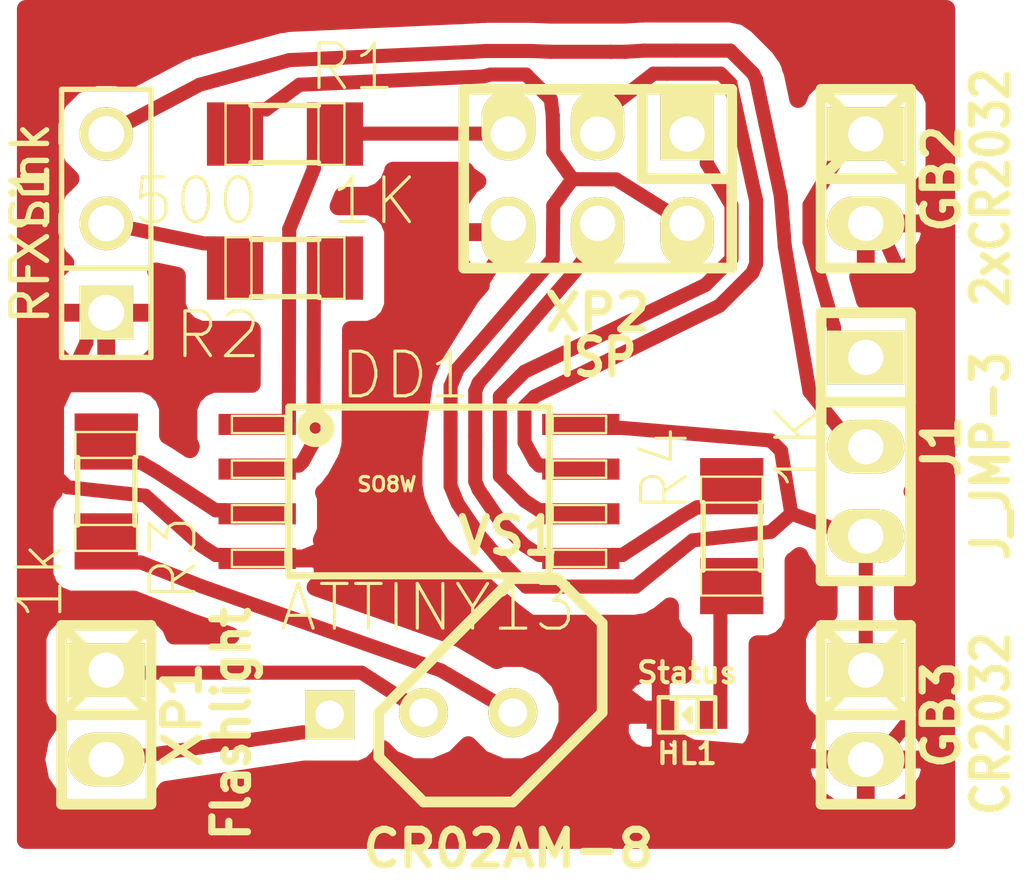
<source format=kicad_pcb>
(kicad_pcb (version 3) (host pcbnew "(2013-03-25 BZR 4005 GOST)-stable")

  (general
    (links 24)
    (no_connects 0)
    (area 80.8228 93.68155 109.8296 118.578488)
    (thickness 1.6)
    (drawings 0)
    (tracks 216)
    (zones 0)
    (modules 13)
    (nets 16)
  )

  (page A4 portrait)
  (layers
    (15 F.Cu signal)
    (0 B.Cu signal)
    (16 B.Adhes user)
    (17 F.Adhes user)
    (18 B.Paste user)
    (19 F.Paste user)
    (20 B.SilkS user)
    (21 F.SilkS user)
    (22 B.Mask user)
    (23 F.Mask user)
    (24 Dwgs.User user)
    (25 Cmts.User user)
    (26 Eco1.User user)
    (27 Eco2.User user)
    (28 Edge.Cuts user)
  )

  (setup
    (last_trace_width 0.254)
    (trace_clearance 0.254)
    (zone_clearance 0.599999)
    (zone_45_only no)
    (trace_min 0.254)
    (segment_width 0.2)
    (edge_width 0.15)
    (via_size 0.889)
    (via_drill 0.635)
    (via_min_size 0.889)
    (via_min_drill 0.508)
    (uvia_size 0.508)
    (uvia_drill 0.127)
    (uvias_allowed no)
    (uvia_min_size 0.508)
    (uvia_min_drill 0.127)
    (pcb_text_width 0.3)
    (pcb_text_size 1 1)
    (mod_edge_width 0.15)
    (mod_text_size 1 1)
    (mod_text_width 0.15)
    (pad_size 1.397 1.397)
    (pad_drill 0.812799)
    (pad_to_mask_clearance 0)
    (aux_axis_origin 0 0)
    (visible_elements 7FFFFFFF)
    (pcbplotparams
      (layerselection 32768)
      (usegerberextensions false)
      (excludeedgelayer true)
      (linewidth 152400)
      (plotframeref false)
      (viasonmask false)
      (mode 1)
      (useauxorigin false)
      (hpglpennumber 1)
      (hpglpenspeed 20)
      (hpglpendiameter 15)
      (hpglpenoverlay 2)
      (psnegative false)
      (psa4output false)
      (plotreference false)
      (plotvalue false)
      (plotothertext false)
      (plotinvisibletext false)
      (padsonsilk true)
      (subtractmaskfromsilk false)
      (outputformat 2)
      (mirror true)
      (drillshape 1)
      (scaleselection 1)
      (outputdirectory ../))
  )

  (net 0 "")
  (net 1 +3V)
  (net 2 +5V)
  (net 3 N-000001)
  (net 4 N-0000010)
  (net 5 N-0000011)
  (net 6 N-0000012)
  (net 7 N-0000013)
  (net 8 N-0000014)
  (net 9 N-0000015)
  (net 10 N-000002)
  (net 11 N-000005)
  (net 12 N-000006)
  (net 13 N-000008)
  (net 14 N-000009)
  (net 15 ~)

  (net_class Default "Это класс цепей по умолчанию."
    (clearance 0.254)
    (trace_width 0.254)
    (via_dia 0.889)
    (via_drill 0.635)
    (uvia_dia 0.508)
    (uvia_drill 0.127)
    (add_net "")
    (add_net +3V)
    (add_net +5V)
    (add_net N-000001)
    (add_net N-0000010)
    (add_net N-0000011)
    (add_net N-0000012)
    (add_net N-0000013)
    (add_net N-0000014)
    (add_net N-0000015)
    (add_net N-000002)
    (add_net N-000005)
    (add_net N-000006)
    (add_net N-000008)
    (add_net N-000009)
    (add_net ~)
  )

  (module SMD_R_1206 (layer F.Cu) (tedit 200000) (tstamp 54AFAA03)
    (at 88.9 96.52)
    (path /54AC3E7A)
    (attr smd)
    (fp_text reference R1 (at 1.905 -1.905) (layer F.SilkS)
      (effects (font (size 1.27 1.27) (thickness 0.0889)))
    )
    (fp_text value 1K (at 2.54 1.905) (layer F.SilkS)
      (effects (font (size 1.27 1.27) (thickness 0.0889)))
    )
    (fp_line (start -1.6891 0.8763) (end -0.9525 0.8763) (layer F.SilkS) (width 0.06604))
    (fp_line (start -0.9525 0.8763) (end -0.9525 -0.8763) (layer F.SilkS) (width 0.06604))
    (fp_line (start -1.6891 -0.8763) (end -0.9525 -0.8763) (layer F.SilkS) (width 0.06604))
    (fp_line (start -1.6891 0.8763) (end -1.6891 -0.8763) (layer F.SilkS) (width 0.06604))
    (fp_line (start 0.9525 0.8763) (end 1.6891 0.8763) (layer F.SilkS) (width 0.06604))
    (fp_line (start 1.6891 0.8763) (end 1.6891 -0.8763) (layer F.SilkS) (width 0.06604))
    (fp_line (start 0.9525 -0.8763) (end 1.6891 -0.8763) (layer F.SilkS) (width 0.06604))
    (fp_line (start 0.9525 0.8763) (end 0.9525 -0.8763) (layer F.SilkS) (width 0.06604))
    (fp_line (start 0.9525 0.8128) (end -0.9652 0.8128) (layer F.SilkS) (width 0.1524))
    (fp_line (start 0.9525 -0.8128) (end -0.9652 -0.8128) (layer F.SilkS) (width 0.1524))
    (pad 1 smd rect (at -1.41986 0) (size 1.59766 1.80086)
      (layers F.Cu F.Paste F.Mask)
      (net 1 +3V)
    )
    (pad 2 smd rect (at 1.41986 0) (size 1.59766 1.80086)
      (layers F.Cu F.Paste F.Mask)
      (net 11 N-000005)
    )
    (model Smd/r_1206.wrl
      (at (xyz 0 0 0))
      (scale (xyz 1 1 1))
      (rotate (xyz 0 0 0))
    )
  )

  (module SMD_R_1206 (layer F.Cu) (tedit 200000) (tstamp 54AFAA13)
    (at 88.9 100.33 180)
    (path /54AC44C7)
    (attr smd)
    (fp_text reference R2 (at 1.905 -1.905 180) (layer F.SilkS)
      (effects (font (size 1.27 1.27) (thickness 0.0889)))
    )
    (fp_text value 500 (at 2.54 1.905 180) (layer F.SilkS)
      (effects (font (size 1.27 1.27) (thickness 0.0889)))
    )
    (fp_line (start -1.6891 0.8763) (end -0.9525 0.8763) (layer F.SilkS) (width 0.06604))
    (fp_line (start -0.9525 0.8763) (end -0.9525 -0.8763) (layer F.SilkS) (width 0.06604))
    (fp_line (start -1.6891 -0.8763) (end -0.9525 -0.8763) (layer F.SilkS) (width 0.06604))
    (fp_line (start -1.6891 0.8763) (end -1.6891 -0.8763) (layer F.SilkS) (width 0.06604))
    (fp_line (start 0.9525 0.8763) (end 1.6891 0.8763) (layer F.SilkS) (width 0.06604))
    (fp_line (start 1.6891 0.8763) (end 1.6891 -0.8763) (layer F.SilkS) (width 0.06604))
    (fp_line (start 0.9525 -0.8763) (end 1.6891 -0.8763) (layer F.SilkS) (width 0.06604))
    (fp_line (start 0.9525 0.8763) (end 0.9525 -0.8763) (layer F.SilkS) (width 0.06604))
    (fp_line (start 0.9525 0.8128) (end -0.9652 0.8128) (layer F.SilkS) (width 0.1524))
    (fp_line (start 0.9525 -0.8128) (end -0.9652 -0.8128) (layer F.SilkS) (width 0.1524))
    (pad 1 smd rect (at -1.41986 0 180) (size 1.59766 1.80086)
      (layers F.Cu F.Paste F.Mask)
      (net 10 N-000002)
    )
    (pad 2 smd rect (at 1.41986 0 180) (size 1.59766 1.80086)
      (layers F.Cu F.Paste F.Mask)
      (net 6 N-0000012)
    )
    (model Smd/r_1206.wrl
      (at (xyz 0 0 0))
      (scale (xyz 1 1 1))
      (rotate (xyz 0 0 0))
    )
  )

  (module SMD_R_1206 (layer F.Cu) (tedit 200000) (tstamp 54AFAA23)
    (at 83.82 106.68 270)
    (path /54AC6940)
    (attr smd)
    (fp_text reference R3 (at 1.905 -1.905 270) (layer F.SilkS)
      (effects (font (size 1.27 1.27) (thickness 0.0889)))
    )
    (fp_text value 1k (at 2.54 1.905 270) (layer F.SilkS)
      (effects (font (size 1.27 1.27) (thickness 0.0889)))
    )
    (fp_line (start -1.6891 0.8763) (end -0.9525 0.8763) (layer F.SilkS) (width 0.06604))
    (fp_line (start -0.9525 0.8763) (end -0.9525 -0.8763) (layer F.SilkS) (width 0.06604))
    (fp_line (start -1.6891 -0.8763) (end -0.9525 -0.8763) (layer F.SilkS) (width 0.06604))
    (fp_line (start -1.6891 0.8763) (end -1.6891 -0.8763) (layer F.SilkS) (width 0.06604))
    (fp_line (start 0.9525 0.8763) (end 1.6891 0.8763) (layer F.SilkS) (width 0.06604))
    (fp_line (start 1.6891 0.8763) (end 1.6891 -0.8763) (layer F.SilkS) (width 0.06604))
    (fp_line (start 0.9525 -0.8763) (end 1.6891 -0.8763) (layer F.SilkS) (width 0.06604))
    (fp_line (start 0.9525 0.8763) (end 0.9525 -0.8763) (layer F.SilkS) (width 0.06604))
    (fp_line (start 0.9525 0.8128) (end -0.9652 0.8128) (layer F.SilkS) (width 0.1524))
    (fp_line (start 0.9525 -0.8128) (end -0.9652 -0.8128) (layer F.SilkS) (width 0.1524))
    (pad 1 smd rect (at -1.41986 0 270) (size 1.59766 1.80086)
      (layers F.Cu F.Paste F.Mask)
      (net 3 N-000001)
    )
    (pad 2 smd rect (at 1.41986 0 270) (size 1.59766 1.80086)
      (layers F.Cu F.Paste F.Mask)
      (net 7 N-0000013)
    )
    (model Smd/r_1206.wrl
      (at (xyz 0 0 0))
      (scale (xyz 1 1 1))
      (rotate (xyz 0 0 0))
    )
  )

  (module SMD_R_1206 (layer F.Cu) (tedit 200000) (tstamp 54AFAA33)
    (at 101.6 107.95 90)
    (path /54AFAB2E)
    (attr smd)
    (fp_text reference R4 (at 1.905 -1.905 90) (layer F.SilkS)
      (effects (font (size 1.27 1.27) (thickness 0.0889)))
    )
    (fp_text value 1K (at 2.54 1.905 90) (layer F.SilkS)
      (effects (font (size 1.27 1.27) (thickness 0.0889)))
    )
    (fp_line (start -1.6891 0.8763) (end -0.9525 0.8763) (layer F.SilkS) (width 0.06604))
    (fp_line (start -0.9525 0.8763) (end -0.9525 -0.8763) (layer F.SilkS) (width 0.06604))
    (fp_line (start -1.6891 -0.8763) (end -0.9525 -0.8763) (layer F.SilkS) (width 0.06604))
    (fp_line (start -1.6891 0.8763) (end -1.6891 -0.8763) (layer F.SilkS) (width 0.06604))
    (fp_line (start 0.9525 0.8763) (end 1.6891 0.8763) (layer F.SilkS) (width 0.06604))
    (fp_line (start 1.6891 0.8763) (end 1.6891 -0.8763) (layer F.SilkS) (width 0.06604))
    (fp_line (start 0.9525 -0.8763) (end 1.6891 -0.8763) (layer F.SilkS) (width 0.06604))
    (fp_line (start 0.9525 0.8763) (end 0.9525 -0.8763) (layer F.SilkS) (width 0.06604))
    (fp_line (start 0.9525 0.8128) (end -0.9652 0.8128) (layer F.SilkS) (width 0.1524))
    (fp_line (start 0.9525 -0.8128) (end -0.9652 -0.8128) (layer F.SilkS) (width 0.1524))
    (pad 1 smd rect (at -1.41986 0 90) (size 1.59766 1.80086)
      (layers F.Cu F.Paste F.Mask)
      (net 4 N-0000010)
    )
    (pad 2 smd rect (at 1.41986 0 90) (size 1.59766 1.80086)
      (layers F.Cu F.Paste F.Mask)
      (net 14 N-000009)
    )
    (model Smd/r_1206.wrl
      (at (xyz 0 0 0))
      (scale (xyz 1 1 1))
      (rotate (xyz 0 0 0))
    )
  )

  (module SMD_Led_0603 (layer F.Cu) (tedit 50FDB695) (tstamp 54AFB050)
    (at 100.33 113.03 180)
    (descr "SMD LED, 0603")
    (path /54AFA898)
    (fp_text reference HL1 (at 0 -1.09982 180) (layer F.SilkS)
      (effects (font (size 0.59944 0.59944) (thickness 0.11938)))
    )
    (fp_text value Status (at 0 1.19888 180) (layer F.SilkS)
      (effects (font (size 0.59944 0.59944) (thickness 0.11938)))
    )
    (fp_line (start 0.29972 0.50038) (end 0.29972 -0.50038) (layer F.SilkS) (width 0.127))
    (fp_line (start -0.29972 -0.50038) (end -0.29972 0.50038) (layer F.SilkS) (width 0.127))
    (fp_line (start 0 0.09906) (end 0 -0.09906) (layer F.SilkS) (width 0.127))
    (fp_line (start -0.09906 -0.20066) (end -0.09906 0.20066) (layer F.SilkS) (width 0.127))
    (fp_line (start -0.09906 0.20066) (end 0.09906 0) (layer F.SilkS) (width 0.127))
    (fp_line (start 0.09906 0) (end -0.09906 -0.20066) (layer F.SilkS) (width 0.127))
    (fp_line (start -0.8001 -0.50038) (end 0.8001 -0.50038) (layer F.SilkS) (width 0.127))
    (fp_line (start 0.8001 -0.50038) (end 0.8001 0.50038) (layer F.SilkS) (width 0.127))
    (fp_line (start 0.8001 0.50038) (end -0.8001 0.50038) (layer F.SilkS) (width 0.127))
    (fp_line (start -0.8001 0.50038) (end -0.8001 -0.50038) (layer F.SilkS) (width 0.127))
    (pad 2 smd rect (at -0.7493 0 180) (size 0.79756 0.79756)
      (layers F.Cu F.Paste F.Mask)
      (net 4 N-0000010)
    )
    (pad 1 smd rect (at 0.7493 0 180) (size 0.79756 0.79756)
      (layers F.Cu F.Paste F.Mask)
      (net 15 ~)
    )
    (model Smd/led_0603.wrl
      (at (xyz 0 0 0))
      (scale (xyz 1 1 1))
      (rotate (xyz 0 0 0))
    )
  )

  (module DISCRET_PACK_TO92-3 (layer F.Cu) (tedit 54AFDAC1) (tstamp 54AFAA52)
    (at 93.98 111.76 180)
    (descr "Transistor TO92 brochage type BC237")
    (tags "TR TO92")
    (path /54ACEFD5)
    (fp_text reference VS1 (at -1.27 3.81 180) (layer F.SilkS)
      (effects (font (size 1.016 1.016) (thickness 0.2032)))
    )
    (fp_text value CR02AM-8 (at -1.27 -5.08 180) (layer F.SilkS)
      (effects (font (size 1.016 1.016) (thickness 0.2032)))
    )
    (fp_line (start -1.397 2.6035) (end 2.413 -1.2065) (layer F.SilkS) (width 0.3048))
    (fp_line (start 2.413 -1.2065) (end 2.413 -2.4765) (layer F.SilkS) (width 0.3048))
    (fp_line (start 2.413 -2.4765) (end 1.143 -3.7465) (layer F.SilkS) (width 0.3048))
    (fp_line (start 1.143 -3.7465) (end -1.397 -3.7465) (layer F.SilkS) (width 0.3048))
    (fp_line (start -1.397 -3.7465) (end -3.937 -1.2065) (layer F.SilkS) (width 0.3048))
    (fp_line (start -3.937 -1.2065) (end -3.937 1.3335) (layer F.SilkS) (width 0.3048))
    (fp_line (start -3.937 1.3335) (end -2.667 2.6035) (layer F.SilkS) (width 0.3048))
    (fp_line (start -2.667 2.6035) (end -1.397 2.6035) (layer F.SilkS) (width 0.3048))
    (pad 1 thru_hole rect (at 3.81 -1.27 180) (size 1.397 1.397) (drill 0.812799)
      (layers *.Cu *.Mask F.SilkS)
      (net 8 N-0000014)
    )
    (pad 3 thru_hole circle (at -1.397 -1.2065 180) (size 1.397 1.397) (drill 0.812799)
      (layers *.Cu *.Mask F.SilkS)
      (net 7 N-0000013)
    )
    (pad 2 thru_hole circle (at 1.143 -1.2065 180) (size 1.397 1.397) (drill 0.812799)
      (layers *.Cu *.Mask F.SilkS)
      (net 9 N-0000015)
    )
    (model Packages/to98.wrl
      (at (xyz 0 0 0))
      (scale (xyz 1 1 1))
      (rotate (xyz 0 0 0))
    )
  )

  (module CONN_PLS-3 (layer F.Cu) (tedit 4B90E017) (tstamp 54AFAA5E)
    (at 105.41 105.41 270)
    (descr "Pin strip 3pin")
    (tags "CONN DEV")
    (path /54AC4365)
    (fp_text reference J1 (at 0 -2.159 270) (layer F.SilkS)
      (effects (font (size 1.016 1.016) (thickness 0.2032)))
    )
    (fp_text value J_JMP-3 (at 0.254 -3.556 270) (layer F.SilkS)
      (effects (font (size 1.016 0.889) (thickness 0.2032)))
    )
    (fp_line (start -1.27 1.27) (end -1.27 -1.27) (layer F.SilkS) (width 0.3048))
    (fp_line (start -3.81 -1.27) (end 3.81 -1.27) (layer F.SilkS) (width 0.3048))
    (fp_line (start 3.81 -1.27) (end 3.81 1.27) (layer F.SilkS) (width 0.3048))
    (fp_line (start 3.81 1.27) (end -3.81 1.27) (layer F.SilkS) (width 0.3048))
    (fp_line (start -3.81 1.27) (end -3.81 -1.27) (layer F.SilkS) (width 0.3048))
    (pad 1 thru_hole rect (at -2.54 0 270) (size 1.524 2.19964) (drill 1.00076)
      (layers *.Cu *.Mask F.SilkS)
      (net 2 +5V)
    )
    (pad 2 thru_hole oval (at 0 0 270) (size 1.524 2.19964) (drill 1.00076)
      (layers *.Cu *.Mask F.SilkS)
      (net 12 N-000006)
    )
    (pad 3 thru_hole oval (at 2.54 0 270) (size 1.524 2.19964) (drill 1.00076)
      (layers *.Cu *.Mask F.SilkS)
      (net 1 +3V)
    )
    (model Pin_array/pin_strip_3.wrl
      (at (xyz 0 0 0))
      (scale (xyz 1 1 1))
      (rotate (xyz 0 0 0))
    )
  )

  (module CONN_PLS-2 (layer F.Cu) (tedit 4F0999B2) (tstamp 54AFAA6B)
    (at 105.41 113.03 270)
    (descr "Pin strip 2pin")
    (tags "CONN DEV")
    (path /54AC3F81)
    (fp_text reference GB3 (at 0 -2.159 270) (layer F.SilkS)
      (effects (font (size 1.016 1.016) (thickness 0.2032)))
    )
    (fp_text value CR2032 (at 0.254 -3.556 270) (layer F.SilkS)
      (effects (font (size 1.016 0.889) (thickness 0.2032)))
    )
    (fp_line (start 0 -1.27) (end 0 1.27) (layer F.SilkS) (width 0.3048))
    (fp_line (start 0 1.27) (end -2.54 -1.27) (layer F.SilkS) (width 0.3048))
    (fp_line (start -2.54 1.27) (end 0 -1.27) (layer F.SilkS) (width 0.3048))
    (fp_line (start 2.54 1.27) (end -2.54 1.27) (layer F.SilkS) (width 0.3048))
    (fp_line (start -2.54 -1.27) (end 2.54 -1.27) (layer F.SilkS) (width 0.3048))
    (fp_line (start -2.54 1.27) (end -2.54 -1.27) (layer F.SilkS) (width 0.3048))
    (fp_line (start 2.54 -1.27) (end 2.54 1.27) (layer F.SilkS) (width 0.3048))
    (pad 1 thru_hole rect (at -1.27 0 270) (size 1.524 2.19964) (drill 1.00076)
      (layers *.Cu *.Mask F.SilkS)
      (net 1 +3V)
    )
    (pad 2 thru_hole oval (at 1.27 0 270) (size 1.524 2.19964) (drill 1.00076)
      (layers *.Cu *.Mask F.SilkS)
      (net 15 ~)
    )
    (model Pin_array/pin_strip_2.wrl
      (at (xyz 0 0 0))
      (scale (xyz 1 1 1))
      (rotate (xyz 0 0 0))
    )
  )

  (module CONN_PLS-2 (layer F.Cu) (tedit 4F0999B2) (tstamp 54AFAA78)
    (at 83.82 113.03 270)
    (descr "Pin strip 2pin")
    (tags "CONN DEV")
    (path /54AC6461)
    (fp_text reference XP1 (at 0 -2.159 270) (layer F.SilkS)
      (effects (font (size 1.016 1.016) (thickness 0.2032)))
    )
    (fp_text value Flashlight (at 0.254 -3.556 270) (layer F.SilkS)
      (effects (font (size 1.016 0.889) (thickness 0.2032)))
    )
    (fp_line (start 0 -1.27) (end 0 1.27) (layer F.SilkS) (width 0.3048))
    (fp_line (start 0 1.27) (end -2.54 -1.27) (layer F.SilkS) (width 0.3048))
    (fp_line (start -2.54 1.27) (end 0 -1.27) (layer F.SilkS) (width 0.3048))
    (fp_line (start 2.54 1.27) (end -2.54 1.27) (layer F.SilkS) (width 0.3048))
    (fp_line (start -2.54 -1.27) (end 2.54 -1.27) (layer F.SilkS) (width 0.3048))
    (fp_line (start -2.54 1.27) (end -2.54 -1.27) (layer F.SilkS) (width 0.3048))
    (fp_line (start 2.54 -1.27) (end 2.54 1.27) (layer F.SilkS) (width 0.3048))
    (pad 1 thru_hole rect (at -1.27 0 270) (size 1.524 2.19964) (drill 1.00076)
      (layers *.Cu *.Mask F.SilkS)
      (net 9 N-0000015)
    )
    (pad 2 thru_hole oval (at 1.27 0 270) (size 1.524 2.19964) (drill 1.00076)
      (layers *.Cu *.Mask F.SilkS)
      (net 8 N-0000014)
    )
    (model Pin_array/pin_strip_2.wrl
      (at (xyz 0 0 0))
      (scale (xyz 1 1 1))
      (rotate (xyz 0 0 0))
    )
  )

  (module CONN_PLS-2 (layer F.Cu) (tedit 4F0999B2) (tstamp 54AFAA85)
    (at 105.41 97.79 270)
    (descr "Pin strip 2pin")
    (tags "CONN DEV")
    (path /54AFA2A0)
    (fp_text reference GB2 (at 0 -2.159 270) (layer F.SilkS)
      (effects (font (size 1.016 1.016) (thickness 0.2032)))
    )
    (fp_text value 2xCR2032 (at 0.254 -3.556 270) (layer F.SilkS)
      (effects (font (size 1.016 0.889) (thickness 0.2032)))
    )
    (fp_line (start 0 -1.27) (end 0 1.27) (layer F.SilkS) (width 0.3048))
    (fp_line (start 0 1.27) (end -2.54 -1.27) (layer F.SilkS) (width 0.3048))
    (fp_line (start -2.54 1.27) (end 0 -1.27) (layer F.SilkS) (width 0.3048))
    (fp_line (start 2.54 1.27) (end -2.54 1.27) (layer F.SilkS) (width 0.3048))
    (fp_line (start -2.54 -1.27) (end 2.54 -1.27) (layer F.SilkS) (width 0.3048))
    (fp_line (start -2.54 1.27) (end -2.54 -1.27) (layer F.SilkS) (width 0.3048))
    (fp_line (start 2.54 -1.27) (end 2.54 1.27) (layer F.SilkS) (width 0.3048))
    (pad 1 thru_hole rect (at -1.27 0 270) (size 1.524 2.19964) (drill 1.00076)
      (layers *.Cu *.Mask F.SilkS)
      (net 2 +5V)
    )
    (pad 2 thru_hole oval (at 1.27 0 270) (size 1.524 2.19964) (drill 1.00076)
      (layers *.Cu *.Mask F.SilkS)
      (net 15 ~)
    )
    (model Pin_array/pin_strip_2.wrl
      (at (xyz 0 0 0))
      (scale (xyz 1 1 1))
      (rotate (xyz 0 0 0))
    )
  )

  (module CONN_PLD-6 (layer F.Cu) (tedit 4B90DEF7) (tstamp 54AFAA95)
    (at 97.79 97.79 180)
    (descr "Pin strip 3x2pin")
    (tags "CONN DEV")
    (path /54AC3EFB)
    (fp_text reference XP2 (at 0 -3.81 180) (layer F.SilkS)
      (effects (font (size 1.016 1.016) (thickness 0.2032)))
    )
    (fp_text value ISP (at 0 -5.08 180) (layer F.SilkS)
      (effects (font (size 1.016 0.889) (thickness 0.2032)))
    )
    (fp_line (start -3.81 -2.54) (end 3.81 -2.54) (layer F.SilkS) (width 0.3048))
    (fp_line (start 3.81 -2.54) (end 3.81 2.54) (layer F.SilkS) (width 0.3048))
    (fp_line (start 3.81 2.54) (end -3.81 2.54) (layer F.SilkS) (width 0.3048))
    (fp_line (start -3.81 0) (end -1.27 0) (layer F.SilkS) (width 0.3048))
    (fp_line (start -1.27 0) (end -1.27 2.54) (layer F.SilkS) (width 0.3048))
    (fp_line (start -3.81 -2.54) (end -3.81 2.54) (layer F.SilkS) (width 0.3048))
    (pad 1 thru_hole rect (at -2.54 1.27 180) (size 1.524 1.99898) (drill 1.00076 (offset 0 0.24892))
      (layers *.Cu *.Mask F.SilkS)
      (net 5 N-0000011)
    )
    (pad 2 thru_hole oval (at -2.54 -1.27 180) (size 1.524 1.99898) (drill 1.00076 (offset 0 -0.24892))
      (layers *.Cu *.Mask F.SilkS)
      (net 1 +3V)
    )
    (pad 3 thru_hole oval (at 0 1.27 180) (size 1.524 1.99898) (drill 1.00076 (offset 0 0.24892))
      (layers *.Cu *.Mask F.SilkS)
      (net 13 N-000008)
    )
    (pad 4 thru_hole oval (at 0 -1.27 180) (size 1.524 1.99898) (drill 1.00076 (offset 0 -0.24892))
      (layers *.Cu *.Mask F.SilkS)
      (net 14 N-000009)
    )
    (pad 5 thru_hole oval (at 2.54 1.27 180) (size 1.524 1.99898) (drill 1.00076 (offset 0 0.24892))
      (layers *.Cu *.Mask F.SilkS)
      (net 11 N-000005)
    )
    (pad 6 thru_hole oval (at 2.54 -1.27 180) (size 1.524 1.99898) (drill 1.00076 (offset 0 -0.24892))
      (layers *.Cu *.Mask F.SilkS)
      (net 15 ~)
    )
    (model Pin_array/pin_strip_3x2.wrl
      (at (xyz 0 0 0))
      (scale (xyz 1 1 1))
      (rotate (xyz 0 0 0))
    )
  )

  (module CONN_PBS-3 (layer F.Cu) (tedit 4565C6B8) (tstamp 54AFAAA1)
    (at 83.82 99.06 90)
    (descr "Connecteur 3 pins")
    (tags "CONN DEV")
    (path /54AFA622)
    (fp_text reference XS1 (at 0.254 -2.159 90) (layer F.SilkS)
      (effects (font (size 1.016 1.016) (thickness 0.1524)))
    )
    (fp_text value "RF Link" (at 0 -2.159 90) (layer F.SilkS)
      (effects (font (size 1.016 1.016) (thickness 0.1524)))
    )
    (fp_line (start -3.81 1.27) (end -3.81 -1.27) (layer F.SilkS) (width 0.1524))
    (fp_line (start -3.81 -1.27) (end 3.81 -1.27) (layer F.SilkS) (width 0.1524))
    (fp_line (start 3.81 -1.27) (end 3.81 1.27) (layer F.SilkS) (width 0.1524))
    (fp_line (start 3.81 1.27) (end -3.81 1.27) (layer F.SilkS) (width 0.1524))
    (fp_line (start -1.27 -1.27) (end -1.27 1.27) (layer F.SilkS) (width 0.1524))
    (pad 1 thru_hole rect (at -2.54 0 90) (size 1.524 1.524) (drill 1.016)
      (layers *.Cu *.Mask F.SilkS)
      (net 15 ~)
    )
    (pad 2 thru_hole circle (at 0 0 90) (size 1.524 1.524) (drill 1.016)
      (layers *.Cu *.Mask F.SilkS)
      (net 6 N-0000012)
    )
    (pad 3 thru_hole circle (at 2.54 0 90) (size 1.524 1.524) (drill 1.016)
      (layers *.Cu *.Mask F.SilkS)
      (net 12 N-000006)
    )
    (model Pin_array/female_pcb_pin_03.wrl
      (at (xyz 0 0 0))
      (scale (xyz 1 1 1))
      (rotate (xyz 0 0 0))
    )
  )

  (module SMD_SO8W_50_300 (layer F.Cu) (tedit 4F4F5336) (tstamp 54AFD917)
    (at 92.71 106.68 270)
    (path /54AC3DE6)
    (attr smd)
    (fp_text reference DD1 (at -3.302 0.381 360) (layer F.SilkS)
      (effects (font (size 1.27 1.27) (thickness 0.0889)))
    )
    (fp_text value ATTINY13 (at 3.302 -0.254 360) (layer F.SilkS)
      (effects (font (size 1.27 1.27) (thickness 0.0889)))
    )
    (fp_circle (center -1.8034 2.9464) (end -1.651 2.8956) (layer F.SilkS) (width 0.381))
    (fp_line (start -2.14884 5.31876) (end -1.65862 5.31876) (layer F.SilkS) (width 0.06604))
    (fp_line (start -1.65862 5.31876) (end -1.65862 3.79984) (layer F.SilkS) (width 0.06604))
    (fp_line (start -2.14884 3.79984) (end -1.65862 3.79984) (layer F.SilkS) (width 0.06604))
    (fp_line (start -2.14884 5.31876) (end -2.14884 3.79984) (layer F.SilkS) (width 0.06604))
    (fp_line (start -0.87884 5.31876) (end -0.38862 5.31876) (layer F.SilkS) (width 0.06604))
    (fp_line (start -0.38862 5.31876) (end -0.38862 3.79984) (layer F.SilkS) (width 0.06604))
    (fp_line (start -0.87884 3.79984) (end -0.38862 3.79984) (layer F.SilkS) (width 0.06604))
    (fp_line (start -0.87884 5.31876) (end -0.87884 3.79984) (layer F.SilkS) (width 0.06604))
    (fp_line (start 0.38862 5.31876) (end 0.87884 5.31876) (layer F.SilkS) (width 0.06604))
    (fp_line (start 0.87884 5.31876) (end 0.87884 3.79984) (layer F.SilkS) (width 0.06604))
    (fp_line (start 0.38862 3.79984) (end 0.87884 3.79984) (layer F.SilkS) (width 0.06604))
    (fp_line (start 0.38862 5.31876) (end 0.38862 3.79984) (layer F.SilkS) (width 0.06604))
    (fp_line (start 1.65862 5.31876) (end 2.14884 5.31876) (layer F.SilkS) (width 0.06604))
    (fp_line (start 2.14884 5.31876) (end 2.14884 3.79984) (layer F.SilkS) (width 0.06604))
    (fp_line (start 1.65862 3.79984) (end 2.14884 3.79984) (layer F.SilkS) (width 0.06604))
    (fp_line (start 1.65862 5.31876) (end 1.65862 3.79984) (layer F.SilkS) (width 0.06604))
    (fp_line (start 1.65862 -3.79984) (end 2.14884 -3.79984) (layer F.SilkS) (width 0.06604))
    (fp_line (start 2.14884 -3.79984) (end 2.14884 -5.31876) (layer F.SilkS) (width 0.06604))
    (fp_line (start 1.65862 -5.31876) (end 2.14884 -5.31876) (layer F.SilkS) (width 0.06604))
    (fp_line (start 1.65862 -3.79984) (end 1.65862 -5.31876) (layer F.SilkS) (width 0.06604))
    (fp_line (start 0.38862 -3.79984) (end 0.87884 -3.79984) (layer F.SilkS) (width 0.06604))
    (fp_line (start 0.87884 -3.79984) (end 0.87884 -5.31876) (layer F.SilkS) (width 0.06604))
    (fp_line (start 0.38862 -5.31876) (end 0.87884 -5.31876) (layer F.SilkS) (width 0.06604))
    (fp_line (start 0.38862 -3.79984) (end 0.38862 -5.31876) (layer F.SilkS) (width 0.06604))
    (fp_line (start -0.87884 -3.79984) (end -0.38862 -3.79984) (layer F.SilkS) (width 0.06604))
    (fp_line (start -0.38862 -3.79984) (end -0.38862 -5.31876) (layer F.SilkS) (width 0.06604))
    (fp_line (start -0.87884 -5.31876) (end -0.38862 -5.31876) (layer F.SilkS) (width 0.06604))
    (fp_line (start -0.87884 -3.79984) (end -0.87884 -5.31876) (layer F.SilkS) (width 0.06604))
    (fp_line (start -2.14884 -3.79984) (end -1.65862 -3.79984) (layer F.SilkS) (width 0.06604))
    (fp_line (start -1.65862 -3.79984) (end -1.65862 -5.31876) (layer F.SilkS) (width 0.06604))
    (fp_line (start -2.14884 -5.31876) (end -1.65862 -5.31876) (layer F.SilkS) (width 0.06604))
    (fp_line (start -2.14884 -3.79984) (end -2.14884 -5.31876) (layer F.SilkS) (width 0.06604))
    (fp_line (start 2.39776 -3.69824) (end 2.39776 3.19786) (layer F.SilkS) (width 0.2032))
    (fp_line (start 2.39776 3.19786) (end 2.39776 3.69824) (layer F.SilkS) (width 0.2032))
    (fp_line (start 2.39776 3.69824) (end -2.39776 3.69824) (layer F.SilkS) (width 0.2032))
    (fp_line (start -2.39776 3.69824) (end -2.39776 3.19786) (layer F.SilkS) (width 0.2032))
    (fp_line (start -2.39776 3.19786) (end -2.39776 -3.69824) (layer F.SilkS) (width 0.2032))
    (fp_line (start -2.39776 -3.69824) (end 2.39776 -3.69824) (layer F.SilkS) (width 0.2032))
    (fp_text user SO8W (at -0.2032 0.9144 360) (layer F.SilkS)
      (effects (font (size 0.4064 0.4064) (thickness 0.0889)))
    )
    (pad 1 smd rect (at -1.905 4.59994 270) (size 0.59944 2.19964)
      (layers F.Cu F.Paste F.Mask)
      (net 11 N-000005)
    )
    (pad 2 smd rect (at -0.635 4.59994 270) (size 0.59944 2.19964)
      (layers F.Cu F.Paste F.Mask)
      (net 10 N-000002)
    )
    (pad 3 smd rect (at 0.635 4.59994 270) (size 0.59944 2.19964)
      (layers F.Cu F.Paste F.Mask)
      (net 3 N-000001)
    )
    (pad 4 smd rect (at 1.905 4.59994 270) (size 0.59944 2.19964)
      (layers F.Cu F.Paste F.Mask)
      (net 15 ~)
    )
    (pad 5 smd rect (at 1.905 -4.59994 270) (size 0.59944 2.19964)
      (layers F.Cu F.Paste F.Mask)
      (net 14 N-000009)
    )
    (pad 6 smd rect (at 0.635 -4.59994 270) (size 0.59944 2.19964)
      (layers F.Cu F.Paste F.Mask)
      (net 5 N-0000011)
    )
    (pad 7 smd rect (at -0.635 -4.59994 270) (size 0.59944 2.19964)
      (layers F.Cu F.Paste F.Mask)
      (net 13 N-000008)
    )
    (pad 8 smd rect (at -1.905 -4.59994 270) (size 0.59944 2.19964)
      (layers F.Cu F.Paste F.Mask)
      (net 1 +3V)
    )
    (model Smd/so8.wrl
      (at (xyz 0 0 0))
      (scale (xyz 0.47 0.53 0.45))
      (rotate (xyz 0 0 0))
    )
  )

  (segment (start 98.2097 104.8747) (end 97.3099 104.775) (width 0.4) (layer F.Cu) (net 1))
  (segment (start 98.4097 104.8747) (end 98.2097 104.8747) (width 0.4) (layer F.Cu) (net 1))
  (segment (start 98.4925 104.8747) (end 98.4097 104.8747) (width 0.4) (layer F.Cu) (net 1))
  (segment (start 102.7077 105.2308) (end 98.4925 104.8747) (width 0.4) (layer F.Cu) (net 1))
  (segment (start 103.0009 105.524) (end 102.7077 105.2308) (width 0.4) (layer F.Cu) (net 1))
  (segment (start 103.2948 107.312) (end 103.0009 105.524) (width 0.4) (layer F.Cu) (net 1))
  (segment (start 105.0722 107.95) (end 103.2948 107.312) (width 0.4) (layer F.Cu) (net 1))
  (segment (start 105.41 107.95) (end 105.0722 107.95) (width 0.4) (layer F.Cu) (net 1))
  (segment (start 88.0789 95.8196) (end 87.4801 96.52) (width 0.4) (layer F.Cu) (net 1))
  (segment (start 88.2789 95.8196) (end 88.0789 95.8196) (width 0.4) (layer F.Cu) (net 1))
  (segment (start 88.3617 95.8196) (end 88.2789 95.8196) (width 0.4) (layer F.Cu) (net 1))
  (segment (start 89.3138 95.1191) (end 88.3617 95.8196) (width 0.4) (layer F.Cu) (net 1))
  (segment (start 94.5291 94.8826) (end 89.3138 95.1191) (width 0.4) (layer F.Cu) (net 1))
  (segment (start 94.7506 94.828) (end 94.5291 94.8826) (width 0.4) (layer F.Cu) (net 1))
  (segment (start 95.7494 94.828) (end 94.7506 94.828) (width 0.4) (layer F.Cu) (net 1))
  (segment (start 96.4556 95.5342) (end 95.7494 94.828) (width 0.4) (layer F.Cu) (net 1))
  (segment (start 96.5125 95.9857) (end 96.4556 95.5342) (width 0.4) (layer F.Cu) (net 1))
  (segment (start 96.5275 97.0315) (end 96.5125 95.9857) (width 0.4) (layer F.Cu) (net 1))
  (segment (start 97.0719 97.8027) (end 96.5275 97.0315) (width 0.4) (layer F.Cu) (net 1))
  (segment (start 102.7077 107.8294) (end 103.2948 107.312) (width 0.4) (layer F.Cu) (net 1))
  (segment (start 100.4923 108.0706) (end 102.7077 107.8294) (width 0.4) (layer F.Cu) (net 1))
  (segment (start 98.8653 109.3852) (end 100.4923 108.0706) (width 0.4) (layer F.Cu) (net 1))
  (segment (start 98.617 109.3852) (end 98.8653 109.3852) (width 0.4) (layer F.Cu) (net 1))
  (segment (start 98.2024 109.3852) (end 98.617 109.3852) (width 0.4) (layer F.Cu) (net 1))
  (segment (start 95.7545 109.3852) (end 98.2024 109.3852) (width 0.4) (layer F.Cu) (net 1))
  (segment (start 95.1102 108.7409) (end 95.7545 109.3852) (width 0.4) (layer F.Cu) (net 1))
  (segment (start 94.4063 107.9006) (end 95.1102 108.7409) (width 0.4) (layer F.Cu) (net 1))
  (segment (start 93.8124 107.0274) (end 94.4063 107.9006) (width 0.4) (layer F.Cu) (net 1))
  (segment (start 93.6081 106.5341) (end 93.8124 107.0274) (width 0.4) (layer F.Cu) (net 1))
  (segment (start 93.6081 104.9565) (end 93.6081 106.5341) (width 0.4) (layer F.Cu) (net 1))
  (segment (start 93.6081 103.6865) (end 93.6081 104.9565) (width 0.4) (layer F.Cu) (net 1))
  (segment (start 93.8124 103.1932) (end 93.6081 103.6865) (width 0.4) (layer F.Cu) (net 1))
  (segment (start 96.5125 100.0693) (end 93.8124 103.1932) (width 0.4) (layer F.Cu) (net 1))
  (segment (start 96.5275 98.5485) (end 96.5125 100.0693) (width 0.4) (layer F.Cu) (net 1))
  (segment (start 97.0719 97.8027) (end 96.5275 98.5485) (width 0.4) (layer F.Cu) (net 1))
  (segment (start 105.41 110.998) (end 105.41 107.95) (width 0.4) (layer F.Cu) (net 1))
  (segment (start 105.41 111.198) (end 105.41 110.998) (width 0.4) (layer F.Cu) (net 1))
  (segment (start 105.41 111.76) (end 105.41 111.198) (width 0.4) (layer F.Cu) (net 1))
  (segment (start 100.33 99.0714) (end 100.33 99.06) (width 0.4) (layer F.Cu) (net 1))
  (segment (start 98.3129 97.8089) (end 100.33 99.0714) (width 0.4) (layer F.Cu) (net 1))
  (segment (start 97.0719 97.8027) (end 98.3129 97.8089) (width 0.4) (layer F.Cu) (net 1))
  (segment (start 104.5102 102.308) (end 105.41 102.87) (width 0.4) (layer F.Cu) (net 2))
  (segment (start 104.5102 102.108) (end 104.5102 102.308) (width 0.4) (layer F.Cu) (net 2))
  (segment (start 104.5102 102.0252) (end 104.5102 102.108) (width 0.4) (layer F.Cu) (net 2))
  (segment (start 103.8097 99.5829) (end 104.5102 102.0252) (width 0.4) (layer F.Cu) (net 2))
  (segment (start 103.8097 98.5371) (end 103.8097 99.5829) (width 0.4) (layer F.Cu) (net 2))
  (segment (start 104.5102 97.3648) (end 103.8097 98.5371) (width 0.4) (layer F.Cu) (net 2))
  (segment (start 104.5102 97.282) (end 104.5102 97.3648) (width 0.4) (layer F.Cu) (net 2))
  (segment (start 104.5102 97.082) (end 104.5102 97.282) (width 0.4) (layer F.Cu) (net 2))
  (segment (start 105.41 96.52) (end 104.5102 97.082) (width 0.4) (layer F.Cu) (net 2))
  (segment (start 84.5204 105.8589) (end 83.82 105.2601) (width 0.4) (layer F.Cu) (net 3))
  (segment (start 84.7204 105.8589) (end 84.5204 105.8589) (width 0.4) (layer F.Cu) (net 3))
  (segment (start 84.8032 105.8589) (end 84.7204 105.8589) (width 0.4) (layer F.Cu) (net 3))
  (segment (start 85.2179 106.1001) (end 84.8032 105.8589) (width 0.4) (layer F.Cu) (net 3))
  (segment (start 86.9275 107.2153) (end 85.2179 106.1001) (width 0.4) (layer F.Cu) (net 3))
  (segment (start 87.0103 107.2153) (end 86.9275 107.2153) (width 0.4) (layer F.Cu) (net 3))
  (segment (start 87.2103 107.2153) (end 87.0103 107.2153) (width 0.4) (layer F.Cu) (net 3))
  (segment (start 88.1101 107.315) (end 87.2103 107.2153) (width 0.4) (layer F.Cu) (net 3))
  (segment (start 101.2781 109.9687) (end 101.6 109.3699) (width 0.4) (layer F.Cu) (net 4))
  (segment (start 101.2781 110.1687) (end 101.2781 109.9687) (width 0.4) (layer F.Cu) (net 4))
  (segment (start 101.2781 112.6312) (end 101.2781 110.1687) (width 0.4) (layer F.Cu) (net 4))
  (segment (start 101.2781 112.8312) (end 101.2781 112.6312) (width 0.4) (layer F.Cu) (net 4))
  (segment (start 101.0793 113.03) (end 101.2781 112.8312) (width 0.4) (layer F.Cu) (net 4))
  (segment (start 100.892 97.0706) (end 100.33 96.52) (width 0.4) (layer F.Cu) (net 5))
  (segment (start 100.892 97.2706) (end 100.892 97.0706) (width 0.4) (layer F.Cu) (net 5))
  (segment (start 100.892 97.3534) (end 100.892 97.2706) (width 0.4) (layer F.Cu) (net 5))
  (segment (start 101.5925 98.5485) (end 100.892 97.3534) (width 0.4) (layer F.Cu) (net 5))
  (segment (start 101.5925 99.0235) (end 101.5925 98.5485) (width 0.4) (layer F.Cu) (net 5))
  (segment (start 101.5925 100.0693) (end 101.5925 99.0235) (width 0.4) (layer F.Cu) (net 5))
  (segment (start 100.8529 100.8089) (end 101.5925 100.0693) (width 0.4) (layer F.Cu) (net 5))
  (segment (start 95.7126 103.2743) (end 100.8529 100.8089) (width 0.4) (layer F.Cu) (net 5))
  (segment (start 95.0091 103.9778) (end 95.7126 103.2743) (width 0.4) (layer F.Cu) (net 5))
  (segment (start 95.0091 105.2478) (end 95.0091 103.9778) (width 0.4) (layer F.Cu) (net 5))
  (segment (start 95.0091 106.2428) (end 95.0091 105.2478) (width 0.4) (layer F.Cu) (net 5))
  (segment (start 95.7126 106.9463) (end 95.0091 106.2428) (width 0.4) (layer F.Cu) (net 5))
  (segment (start 96.1273 107.2153) (end 95.7126 106.9463) (width 0.4) (layer F.Cu) (net 5))
  (segment (start 96.2101 107.2153) (end 96.1273 107.2153) (width 0.4) (layer F.Cu) (net 5))
  (segment (start 96.4101 107.2153) (end 96.2101 107.2153) (width 0.4) (layer F.Cu) (net 5))
  (segment (start 97.3099 107.315) (end 96.4101 107.2153) (width 0.4) (layer F.Cu) (net 5))
  (segment (start 86.8813 99.6296) (end 87.4801 100.33) (width 0.4) (layer F.Cu) (net 6))
  (segment (start 86.6813 99.6296) (end 86.8813 99.6296) (width 0.4) (layer F.Cu) (net 6))
  (segment (start 86.5985 99.6296) (end 86.6813 99.6296) (width 0.4) (layer F.Cu) (net 6))
  (segment (start 83.82 99.06) (end 86.5985 99.6296) (width 0.4) (layer F.Cu) (net 6))
  (segment (start 84.5204 108.6987) (end 83.82 108.0999) (width 0.4) (layer F.Cu) (net 7))
  (segment (start 84.7204 108.6987) (end 84.5204 108.6987) (width 0.4) (layer F.Cu) (net 7))
  (segment (start 84.8032 108.6987) (end 84.7204 108.6987) (width 0.4) (layer F.Cu) (net 7))
  (segment (start 86.5547 109.3852) (end 84.8032 108.6987) (width 0.4) (layer F.Cu) (net 7))
  (segment (start 93.3336 111.7675) (end 86.5547 109.3852) (width 0.4) (layer F.Cu) (net 7))
  (segment (start 95.377 112.9665) (end 93.3336 111.7675) (width 0.4) (layer F.Cu) (net 7))
  (segment (start 89.6715 113.5285) (end 90.17 113.03) (width 0.4) (layer F.Cu) (net 8))
  (segment (start 89.4715 113.5285) (end 89.6715 113.5285) (width 0.4) (layer F.Cu) (net 8))
  (segment (start 89.3887 113.5285) (end 89.4715 113.5285) (width 0.4) (layer F.Cu) (net 8))
  (segment (start 84.1578 114.3) (end 89.3887 113.5285) (width 0.4) (layer F.Cu) (net 8))
  (segment (start 83.82 114.3) (end 84.1578 114.3) (width 0.4) (layer F.Cu) (net 8))
  (segment (start 91.0758 111.831) (end 92.837 112.9665) (width 0.4) (layer F.Cu) (net 9))
  (segment (start 84.9198 111.831) (end 91.0758 111.831) (width 0.4) (layer F.Cu) (net 9))
  (segment (start 84.7198 111.831) (end 84.9198 111.831) (width 0.4) (layer F.Cu) (net 9))
  (segment (start 83.82 111.76) (end 84.7198 111.831) (width 0.4) (layer F.Cu) (net 9))
  (segment (start 89.7211 101.0304) (end 90.3199 100.33) (width 0.4) (layer F.Cu) (net 10))
  (segment (start 89.7211 101.2304) (end 89.7211 101.0304) (width 0.4) (layer F.Cu) (net 10))
  (segment (start 89.7211 101.3132) (end 89.7211 101.2304) (width 0.4) (layer F.Cu) (net 10))
  (segment (start 89.7104 105.282) (end 89.7211 101.3132) (width 0.4) (layer F.Cu) (net 10))
  (segment (start 89.4099 105.8281) (end 89.7104 105.282) (width 0.4) (layer F.Cu) (net 10))
  (segment (start 89.2927 105.9453) (end 89.4099 105.8281) (width 0.4) (layer F.Cu) (net 10))
  (segment (start 89.2099 105.9453) (end 89.2927 105.9453) (width 0.4) (layer F.Cu) (net 10))
  (segment (start 89.0099 105.9453) (end 89.2099 105.9453) (width 0.4) (layer F.Cu) (net 10))
  (segment (start 88.1101 106.045) (end 89.0099 105.9453) (width 0.4) (layer F.Cu) (net 10))
  (segment (start 90.9187 96.5086) (end 90.3199 96.52) (width 0.4) (layer F.Cu) (net 11))
  (segment (start 91.1187 96.5086) (end 90.9187 96.5086) (width 0.4) (layer F.Cu) (net 11))
  (segment (start 95.25 96.5086) (end 91.1187 96.5086) (width 0.4) (layer F.Cu) (net 11))
  (segment (start 95.25 96.52) (end 95.25 96.5086) (width 0.4) (layer F.Cu) (net 11))
  (segment (start 89.7211 97.2204) (end 90.3199 96.52) (width 0.4) (layer F.Cu) (net 11))
  (segment (start 89.7211 97.4204) (end 89.7211 97.2204) (width 0.4) (layer F.Cu) (net 11))
  (segment (start 89.7211 97.5032) (end 89.7211 97.4204) (width 0.4) (layer F.Cu) (net 11))
  (segment (start 89.0206 99.2223) (end 89.7211 97.5032) (width 0.4) (layer F.Cu) (net 11))
  (segment (start 89.0099 104.3925) (end 89.0206 99.2223) (width 0.4) (layer F.Cu) (net 11))
  (segment (start 89.0099 104.4753) (end 89.0099 104.3925) (width 0.4) (layer F.Cu) (net 11))
  (segment (start 89.0099 104.6753) (end 89.0099 104.4753) (width 0.4) (layer F.Cu) (net 11))
  (segment (start 88.1101 104.775) (end 89.0099 104.6753) (width 0.4) (layer F.Cu) (net 11))
  (segment (start 105.0722 105.41) (end 105.41 105.41) (width 0.4) (layer F.Cu) (net 12))
  (segment (start 103.8097 103.8393) (end 105.0722 105.41) (width 0.4) (layer F.Cu) (net 12))
  (segment (start 103.1092 99.7217) (end 103.8097 103.8393) (width 0.4) (layer F.Cu) (net 12))
  (segment (start 102.9935 98.2703) (end 103.1092 99.7217) (width 0.4) (layer F.Cu) (net 12))
  (segment (start 102.293 94.9741) (end 102.9935 98.2703) (width 0.4) (layer F.Cu) (net 12))
  (segment (start 102.2144 94.8067) (end 102.293 94.9741) (width 0.4) (layer F.Cu) (net 12))
  (segment (start 101.5569 94.1492) (end 102.2144 94.8067) (width 0.4) (layer F.Cu) (net 12))
  (segment (start 100.0329 94.1492) (end 101.5569 94.1492) (width 0.4) (layer F.Cu) (net 12))
  (segment (start 99.1031 94.1492) (end 100.0329 94.1492) (width 0.4) (layer F.Cu) (net 12))
  (segment (start 98.5761 94.1821) (end 99.1031 94.1492) (width 0.4) (layer F.Cu) (net 12))
  (segment (start 98.1615 94.1821) (end 98.5761 94.1821) (width 0.4) (layer F.Cu) (net 12))
  (segment (start 96.4407 94.1821) (end 98.1615 94.1821) (width 0.4) (layer F.Cu) (net 12))
  (segment (start 95.8941 94.1593) (end 96.4407 94.1821) (width 0.4) (layer F.Cu) (net 12))
  (segment (start 94.6059 94.1593) (end 95.8941 94.1593) (width 0.4) (layer F.Cu) (net 12))
  (segment (start 94.2389 94.1821) (end 94.6059 94.1593) (width 0.4) (layer F.Cu) (net 12))
  (segment (start 89.0236 94.4186) (end 94.2389 94.1821) (width 0.4) (layer F.Cu) (net 12))
  (segment (start 86.474 95.1191) (end 89.0236 94.4186) (width 0.4) (layer F.Cu) (net 12))
  (segment (start 83.82 96.52) (end 86.474 95.1191) (width 0.4) (layer F.Cu) (net 12))
  (segment (start 97.79 96.0336) (end 97.79 96.52) (width 0.4) (layer F.Cu) (net 13))
  (segment (start 99.3743 94.804) (end 97.79 96.0336) (width 0.4) (layer F.Cu) (net 13))
  (segment (start 99.7617 94.804) (end 99.3743 94.804) (width 0.4) (layer F.Cu) (net 13))
  (segment (start 101.2857 94.804) (end 99.7617 94.804) (width 0.4) (layer F.Cu) (net 13))
  (segment (start 101.5596 95.0779) (end 101.2857 94.804) (width 0.4) (layer F.Cu) (net 13))
  (segment (start 102.293 98.4097) (end 101.5596 95.0779) (width 0.4) (layer F.Cu) (net 13))
  (segment (start 102.293 98.8847) (end 102.293 98.4097) (width 0.4) (layer F.Cu) (net 13))
  (segment (start 102.293 100.2081) (end 102.293 98.8847) (width 0.4) (layer F.Cu) (net 13))
  (segment (start 102.186 100.4665) (end 102.293 100.2081) (width 0.4) (layer F.Cu) (net 13))
  (segment (start 101.2501 101.4024) (end 102.186 100.4665) (width 0.4) (layer F.Cu) (net 13))
  (segment (start 96.0028 103.9748) (end 101.2501 101.4024) (width 0.4) (layer F.Cu) (net 13))
  (segment (start 95.7096 104.268) (end 96.0028 103.9748) (width 0.4) (layer F.Cu) (net 13))
  (segment (start 95.7096 104.8674) (end 95.7096 104.268) (width 0.4) (layer F.Cu) (net 13))
  (segment (start 95.7096 105.282) (end 95.7096 104.8674) (width 0.4) (layer F.Cu) (net 13))
  (segment (start 96.0101 105.8281) (end 95.7096 105.282) (width 0.4) (layer F.Cu) (net 13))
  (segment (start 96.1273 105.9453) (end 96.0101 105.8281) (width 0.4) (layer F.Cu) (net 13))
  (segment (start 96.2101 105.9453) (end 96.1273 105.9453) (width 0.4) (layer F.Cu) (net 13))
  (segment (start 96.4101 105.9453) (end 96.2101 105.9453) (width 0.4) (layer F.Cu) (net 13))
  (segment (start 97.3099 106.045) (end 96.4101 105.9453) (width 0.4) (layer F.Cu) (net 13))
  (segment (start 96.4101 108.4853) (end 97.3099 108.585) (width 0.4) (layer F.Cu) (net 14))
  (segment (start 96.2101 108.4853) (end 96.4101 108.4853) (width 0.4) (layer F.Cu) (net 14))
  (segment (start 96.1273 108.4853) (end 96.2101 108.4853) (width 0.4) (layer F.Cu) (net 14))
  (segment (start 95.7126 108.2163) (end 96.1273 108.4853) (width 0.4) (layer F.Cu) (net 14))
  (segment (start 95.0091 107.5128) (end 95.7126 108.2163) (width 0.4) (layer F.Cu) (net 14))
  (segment (start 94.4063 106.6306) (end 95.0091 107.5128) (width 0.4) (layer F.Cu) (net 14))
  (segment (start 94.3086 106.3948) (end 94.4063 106.6306) (width 0.4) (layer F.Cu) (net 14))
  (segment (start 94.3086 105.0958) (end 94.3086 106.3948) (width 0.4) (layer F.Cu) (net 14))
  (segment (start 94.3086 103.8258) (end 94.3086 105.0958) (width 0.4) (layer F.Cu) (net 14))
  (segment (start 94.4063 103.59) (end 94.3086 103.8258) (width 0.4) (layer F.Cu) (net 14))
  (segment (start 97.106 100.4665) (end 94.4063 103.59) (width 0.4) (layer F.Cu) (net 14))
  (segment (start 97.79 99.5464) (end 97.106 100.4665) (width 0.4) (layer F.Cu) (net 14))
  (segment (start 97.79 99.06) (end 97.79 99.5464) (width 0.4) (layer F.Cu) (net 14))
  (segment (start 100.8996 107.1289) (end 101.6 106.5301) (width 0.4) (layer F.Cu) (net 14))
  (segment (start 100.6996 107.1289) (end 100.8996 107.1289) (width 0.4) (layer F.Cu) (net 14))
  (segment (start 100.6168 107.1289) (end 100.6996 107.1289) (width 0.4) (layer F.Cu) (net 14))
  (segment (start 100.2021 107.3701) (end 100.6168 107.1289) (width 0.4) (layer F.Cu) (net 14))
  (segment (start 98.4925 108.4853) (end 100.2021 107.3701) (width 0.4) (layer F.Cu) (net 14))
  (segment (start 98.4097 108.4853) (end 98.4925 108.4853) (width 0.4) (layer F.Cu) (net 14))
  (segment (start 98.2097 108.4853) (end 98.4097 108.4853) (width 0.4) (layer F.Cu) (net 14))
  (segment (start 97.3099 108.585) (end 98.2097 108.4853) (width 0.4) (layer F.Cu) (net 14))
  (segment (start 99.7795 113.2288) (end 99.5807 113.03) (width 0.4) (layer F.Cu) (net 15))
  (segment (start 99.7795 113.4288) (end 99.7795 113.2288) (width 0.4) (layer F.Cu) (net 15))
  (segment (start 99.7795 113.5116) (end 99.7795 113.4288) (width 0.4) (layer F.Cu) (net 15))
  (segment (start 99.8967 113.6288) (end 99.7795 113.5116) (width 0.4) (layer F.Cu) (net 15))
  (segment (start 100.4732 113.9293) (end 99.8967 113.6288) (width 0.4) (layer F.Cu) (net 15))
  (segment (start 105.0722 114.3) (end 100.4732 113.9293) (width 0.4) (layer F.Cu) (net 15))
  (segment (start 105.41 114.3) (end 105.0722 114.3) (width 0.4) (layer F.Cu) (net 15))
  (segment (start 99.3819 112.8312) (end 99.5807 113.03) (width 0.4) (layer F.Cu) (net 15))
  (segment (start 99.1819 112.8312) (end 99.3819 112.8312) (width 0.4) (layer F.Cu) (net 15))
  (segment (start 99.0991 112.8312) (end 99.1819 112.8312) (width 0.4) (layer F.Cu) (net 15))
  (segment (start 95.3821 110.0034) (end 99.0991 112.8312) (width 0.4) (layer F.Cu) (net 15))
  (segment (start 92.3912 107.2953) (end 95.3821 110.0034) (width 0.4) (layer F.Cu) (net 15))
  (segment (start 95.25 99.5464) (end 95.25 99.06) (width 0.4) (layer F.Cu) (net 15))
  (segment (start 93.2186 102.7964) (end 95.25 99.5464) (width 0.4) (layer F.Cu) (net 15))
  (segment (start 92.9076 103.5471) (end 93.2186 102.7964) (width 0.4) (layer F.Cu) (net 15))
  (segment (start 92.3912 107.2953) (end 92.9076 103.5471) (width 0.4) (layer F.Cu) (net 15))
  (segment (start 105.7478 114.3) (end 105.41 114.3) (width 0.4) (layer F.Cu) (net 15))
  (segment (start 107.0103 112.7293) (end 105.7478 114.3) (width 0.4) (layer F.Cu) (net 15))
  (segment (start 107.0103 112.3147) (end 107.0103 112.7293) (width 0.4) (layer F.Cu) (net 15))
  (segment (start 107.0103 101.9007) (end 107.0103 112.3147) (width 0.4) (layer F.Cu) (net 15))
  (segment (start 105.7478 99.06) (end 107.0103 101.9007) (width 0.4) (layer F.Cu) (net 15))
  (segment (start 105.41 99.06) (end 105.7478 99.06) (width 0.4) (layer F.Cu) (net 15))
  (segment (start 89.327 108.5681) (end 92.3912 107.2953) (width 0.4) (layer F.Cu) (net 15))
  (segment (start 89.2099 108.5681) (end 89.327 108.5681) (width 0.4) (layer F.Cu) (net 15))
  (segment (start 89.0099 108.5681) (end 89.2099 108.5681) (width 0.4) (layer F.Cu) (net 15))
  (segment (start 88.1101 108.585) (end 89.0099 108.5681) (width 0.4) (layer F.Cu) (net 15))
  (segment (start 83.258 102.162) (end 83.82 101.6) (width 0.4) (layer F.Cu) (net 15))
  (segment (start 83.258 102.362) (end 83.258 102.162) (width 0.4) (layer F.Cu) (net 15))
  (segment (start 83.258 102.4448) (end 83.258 102.362) (width 0.4) (layer F.Cu) (net 15))
  (segment (start 82.4191 104.254) (end 83.258 102.4448) (width 0.4) (layer F.Cu) (net 15))
  (segment (start 82.4191 105.8516) (end 82.4191 104.254) (width 0.4) (layer F.Cu) (net 15))
  (segment (start 82.4191 106.2662) (end 82.4191 105.8516) (width 0.4) (layer F.Cu) (net 15))
  (segment (start 82.7123 106.5594) (end 82.4191 106.2662) (width 0.4) (layer F.Cu) (net 15))
  (segment (start 84.9277 106.8006) (end 82.7123 106.5594) (width 0.4) (layer F.Cu) (net 15))
  (segment (start 86.5128 108.2163) (end 84.9277 106.8006) (width 0.4) (layer F.Cu) (net 15))
  (segment (start 86.9275 108.4853) (end 86.5128 108.2163) (width 0.4) (layer F.Cu) (net 15))
  (segment (start 87.0103 108.4853) (end 86.9275 108.4853) (width 0.4) (layer F.Cu) (net 15))
  (segment (start 87.2103 108.4853) (end 87.0103 108.4853) (width 0.4) (layer F.Cu) (net 15))
  (segment (start 88.1101 108.585) (end 87.2103 108.4853) (width 0.4) (layer F.Cu) (net 15))

  (zone (net 15) (net_name ~) (layer F.Cu) (tstamp 54AFDC1F) (hatch edge 0.508)
    (connect_pads (clearance 0.599999))
    (min_thickness 0.499999)
    (fill (arc_segments 16) (thermal_gap 0.508) (thermal_bridge_width 0.508))
    (polygon
      (pts
        (xy 107.95 93.98) (xy 107.95 116.84) (xy 81.28 116.84) (xy 81.28 92.71) (xy 107.95 92.71)
      )
    )
    (filled_polygon
      (pts
        (xy 107.700001 116.590001) (xy 107.398017 116.590001) (xy 107.398017 107.95) (xy 107.275311 107.333115) (xy 106.925874 106.810145)
        (xy 106.731098 106.68) (xy 106.925874 106.549855) (xy 107.275311 106.026885) (xy 107.398017 105.41) (xy 107.275311 104.793115)
        (xy 106.983285 104.356066) (xy 106.990676 104.353013) (xy 107.229993 104.114114) (xy 107.35967 103.801817) (xy 107.359965 103.463667)
        (xy 107.359965 101.939667) (xy 107.248474 101.669838) (xy 107.248474 99.30173) (xy 107.078313 99.064) (xy 105.414 99.064)
        (xy 105.414 100.579999) (xy 105.75182 100.579999) (xy 106.333194 100.462765) (xy 106.82545 100.131973) (xy 107.153647 99.637983)
        (xy 107.248474 99.30173) (xy 107.248474 101.669838) (xy 107.230833 101.627144) (xy 106.991934 101.387827) (xy 106.679637 101.25815)
        (xy 106.341487 101.257855) (xy 105.382298 101.257855) (xy 105.187926 100.579999) (xy 105.406 100.579999) (xy 105.406 99.064)
        (xy 105.386 99.064) (xy 105.386 99.056) (xy 105.406 99.056) (xy 105.406 99.036) (xy 105.414 99.036)
        (xy 105.414 99.056) (xy 107.078313 99.056) (xy 107.248474 98.81827) (xy 107.153647 98.482017) (xy 106.868849 98.05335)
        (xy 106.990676 98.003013) (xy 107.229993 97.764114) (xy 107.35967 97.451817) (xy 107.359965 97.113667) (xy 107.359965 95.589667)
        (xy 107.230833 95.277144) (xy 106.991934 95.037827) (xy 106.679637 94.90815) (xy 106.341487 94.907855) (xy 104.141847 94.907855)
        (xy 103.829324 95.036987) (xy 103.590007 95.275886) (xy 103.484573 95.529799) (xy 103.320053 94.755793) (xy 103.27263 94.645414)
        (xy 103.243208 94.526966) (xy 103.164467 94.359633) (xy 103.057181 94.214379) (xy 102.95686 94.064239) (xy 102.299361 93.406739)
        (xy 101.958717 93.179128) (xy 101.5569 93.099202) (xy 100.0329 93.099202) (xy 99.1031 93.099202) (xy 99.071065 93.105574)
        (xy 99.037153 93.101019) (xy 98.543103 93.132102) (xy 98.1615 93.132102) (xy 96.460088 93.132102) (xy 95.938069 93.110223)
        (xy 95.916002 93.113658) (xy 95.8941 93.109302) (xy 94.6059 93.109302) (xy 94.573966 93.115653) (xy 94.539951 93.111085)
        (xy 94.192024 93.132975) (xy 94.191254 93.132858) (xy 88.975969 93.369683) (xy 88.871604 93.395413) (xy 88.744312 93.40465)
        (xy 86.195167 94.106802) (xy 86.086327 94.161423) (xy 85.984957 94.191547) (xy 84.412528 95.020594) (xy 84.142053 94.908283)
        (xy 83.500761 94.907724) (xy 82.90807 95.152619) (xy 82.454212 95.605685) (xy 82.208283 96.197947) (xy 82.207724 96.839239)
        (xy 82.452619 97.43193) (xy 82.810291 97.790227) (xy 82.454212 98.145685) (xy 82.208283 98.737947) (xy 82.207724 99.379239)
        (xy 82.452619 99.97193) (xy 82.662005 100.181682) (xy 82.628068 100.195775) (xy 82.415025 100.409189) (xy 82.29987 100.687886)
        (xy 82.300001 101.406501) (xy 82.4895 101.596) (xy 83.816 101.596) (xy 83.816 101.576) (xy 83.824 101.576)
        (xy 83.824 101.596) (xy 85.1505 101.596) (xy 85.339999 101.406501) (xy 85.34013 100.687886) (xy 85.229987 100.421319)
        (xy 85.831165 100.544724) (xy 85.831165 101.398763) (xy 85.960297 101.711286) (xy 86.199196 101.950603) (xy 86.511493 102.08028)
        (xy 86.849643 102.080575) (xy 87.963935 102.080575) (xy 87.96124 103.625135) (xy 86.841907 103.625135) (xy 86.529384 103.754267)
        (xy 86.290067 103.993166) (xy 86.16039 104.305463) (xy 86.160095 104.643613) (xy 86.160095 105.243053) (xy 86.229086 105.410024)
        (xy 86.197761 105.485462) (xy 85.791306 105.220497) (xy 85.765903 105.21031) (xy 85.746 105.192733) (xy 85.570575 105.090633)
        (xy 85.570575 104.292977) (xy 85.441443 103.980454) (xy 85.34013 103.878963) (xy 85.34013 102.512114) (xy 85.339999 101.793499)
        (xy 85.1505 101.604) (xy 83.824 101.604) (xy 83.824 102.9305) (xy 84.013499 103.119999) (xy 84.431886 103.12013)
        (xy 84.733437 103.119867) (xy 85.011932 103.004225) (xy 85.224975 102.790811) (xy 85.34013 102.512114) (xy 85.34013 103.878963)
        (xy 85.202544 103.741137) (xy 84.890247 103.61146) (xy 84.552097 103.611165) (xy 83.816 103.611165) (xy 83.816 102.9305)
        (xy 83.816 101.604) (xy 82.4895 101.604) (xy 82.300001 101.793499) (xy 82.29987 102.512114) (xy 82.415025 102.790811)
        (xy 82.628068 103.004225) (xy 82.906563 103.119867) (xy 83.208114 103.12013) (xy 83.626501 103.119999) (xy 83.816 102.9305)
        (xy 83.816 103.611165) (xy 82.751237 103.611165) (xy 82.438714 103.740297) (xy 82.199397 103.979196) (xy 82.06972 104.291493)
        (xy 82.069425 104.629643) (xy 82.069425 106.227303) (xy 82.198557 106.539826) (xy 82.338521 106.680034) (xy 82.199397 106.818916)
        (xy 82.06972 107.131213) (xy 82.069425 107.469363) (xy 82.069425 109.067023) (xy 82.198557 109.379546) (xy 82.437456 109.618863)
        (xy 82.749753 109.74854) (xy 83.087903 109.748835) (xy 84.605149 109.748835) (xy 86.171612 110.362725) (xy 86.189698 110.365962)
        (xy 86.205931 110.375582) (xy 87.357183 110.781002) (xy 85.749857 110.781002) (xy 85.640833 110.517144) (xy 85.401934 110.277827)
        (xy 85.089637 110.14815) (xy 84.751487 110.147855) (xy 82.551847 110.147855) (xy 82.239324 110.276987) (xy 82.000007 110.515886)
        (xy 81.87033 110.828183) (xy 81.870035 111.166333) (xy 81.870035 112.690333) (xy 81.999167 113.002856) (xy 82.238066 113.242173)
        (xy 82.246873 113.24583) (xy 81.954689 113.683115) (xy 81.831983 114.3) (xy 81.954689 114.916885) (xy 82.304126 115.439855)
        (xy 82.827096 115.789292) (xy 83.443981 115.911998) (xy 84.196019 115.911998) (xy 84.812904 115.789292) (xy 85.335874 115.439855)
        (xy 85.523008 115.159787) (xy 89.459495 114.578498) (xy 89.471331 114.578498) (xy 89.4715 114.578498) (xy 89.639833 114.578645)
        (xy 91.036833 114.578645) (xy 91.349356 114.449513) (xy 91.588673 114.210614) (xy 91.677471 113.996764) (xy 91.958702 114.278487)
        (xy 92.527634 114.514728) (xy 93.143664 114.515265) (xy 93.713007 114.280017) (xy 94.107305 113.886406) (xy 94.498702 114.278487)
        (xy 95.067634 114.514728) (xy 95.683664 114.515265) (xy 96.253007 114.280017) (xy 96.688987 113.844798) (xy 96.925228 113.275866)
        (xy 96.925765 112.659836) (xy 96.690517 112.090493) (xy 96.255298 111.654513) (xy 95.686366 111.418272) (xy 95.070336 111.417735)
        (xy 94.918986 111.480271) (xy 93.864934 110.861862) (xy 93.747788 110.821182) (xy 93.680826 110.781502) (xy 89.764273 109.402266)
        (xy 89.852855 109.313531) (xy 89.96801 109.034834) (xy 89.967879 108.778499) (xy 89.77838 108.589) (xy 88.11406 108.589)
        (xy 88.11406 108.609) (xy 88.10606 108.609) (xy 88.10606 108.589) (xy 88.08606 108.589) (xy 88.08606 108.581)
        (xy 88.10606 108.581) (xy 88.10606 108.561) (xy 88.11406 108.561) (xy 88.11406 108.581) (xy 89.77838 108.581)
        (xy 89.967879 108.391501) (xy 89.96801 108.135166) (xy 89.941139 108.070134) (xy 90.05973 107.784537) (xy 90.060025 107.446387)
        (xy 90.060025 106.846947) (xy 90.003101 106.709182) (xy 90.035161 106.687761) (xy 90.15236 106.570561) (xy 90.234678 106.447363)
        (xy 90.33002 106.33394) (xy 90.630306 105.787723) (xy 90.647066 105.734727) (xy 90.679063 105.687201) (xy 90.709282 105.538001)
        (xy 90.753843 105.397103) (xy 90.749043 105.341692) (xy 90.760392 105.285665) (xy 90.771579 102.080575) (xy 91.287023 102.080575)
        (xy 91.599546 101.951443) (xy 91.838863 101.712544) (xy 91.96854 101.400247) (xy 91.968835 101.062097) (xy 91.968835 99.261237)
        (xy 91.839703 98.948714) (xy 91.600804 98.709397) (xy 91.288507 98.57972) (xy 90.950357 98.579425) (xy 90.417018 98.579425)
        (xy 90.543057 98.270575) (xy 91.287023 98.270575) (xy 91.599546 98.141443) (xy 91.838863 97.902544) (xy 91.96854 97.590247)
        (xy 91.968567 97.558598) (xy 94.025914 97.558598) (xy 94.110145 97.684658) (xy 94.37598 97.862283) (xy 94.178027 97.9938)
        (xy 93.847235 98.486056) (xy 93.730001 99.06743) (xy 93.730001 99.30492) (xy 95.246 99.30492) (xy 95.246 99.28492)
        (xy 95.254 99.28492) (xy 95.254 99.30492) (xy 95.274 99.30492) (xy 95.274 99.31292) (xy 95.254 99.31292)
        (xy 95.254 99.33292) (xy 95.246 99.33292) (xy 95.246 99.31292) (xy 93.730001 99.31292) (xy 93.730001 99.55041)
        (xy 93.847235 100.131784) (xy 94.178027 100.62404) (xy 94.47352 100.820359) (xy 93.017557 102.50711) (xy 92.934961 102.652799)
        (xy 92.842355 102.791395) (xy 92.638028 103.284683) (xy 92.558102 103.6865) (xy 92.558102 104.9565) (xy 92.558102 106.5341)
        (xy 92.638028 106.935917) (xy 92.842355 107.429205) (xy 92.901991 107.518457) (xy 92.943967 107.617586) (xy 93.537543 108.491007)
        (xy 93.576773 108.529625) (xy 93.601955 108.575526) (xy 94.306556 109.415237) (xy 94.340334 109.442346) (xy 94.367739 109.483361)
        (xy 95.012036 110.127657) (xy 95.012039 110.127661) (xy 95.352682 110.355271) (xy 95.352683 110.355272) (xy 95.674573 110.419299)
        (xy 95.754499 110.435198) (xy 95.754499 110.435197) (xy 95.7545 110.435198) (xy 98.2024 110.435198) (xy 98.617 110.435198)
        (xy 98.8653 110.435198) (xy 99.01239 110.40594) (xy 99.161758 110.392478) (xy 99.211756 110.366283) (xy 99.267117 110.355272)
        (xy 99.391815 110.27195) (xy 99.52466 110.202354) (xy 99.849425 109.940301) (xy 99.849425 110.337023) (xy 99.978557 110.649546)
        (xy 100.217456 110.888863) (xy 100.228102 110.893283) (xy 100.228102 111.898456) (xy 100.209544 111.906124) (xy 100.129594 111.87309)
        (xy 99.774199 111.873221) (xy 99.5847 112.06272) (xy 99.5847 113.026) (xy 99.6047 113.026) (xy 99.6047 113.034)
        (xy 99.5847 113.034) (xy 99.5847 113.99728) (xy 99.774199 114.186779) (xy 100.129594 114.18691) (xy 100.209903 114.153727)
        (xy 100.510703 114.27863) (xy 100.848853 114.278925) (xy 101.646413 114.278925) (xy 101.958936 114.149793) (xy 102.198253 113.910894)
        (xy 102.32793 113.598597) (xy 102.328225 113.260447) (xy 102.328225 112.462887) (xy 102.328098 112.462579) (xy 102.328098 111.018835)
        (xy 102.668763 111.018835) (xy 102.981286 110.889703) (xy 103.220603 110.650804) (xy 103.35028 110.338507) (xy 103.350575 110.000357)
        (xy 103.350575 108.646929) (xy 103.402076 108.617015) (xy 103.524149 108.509393) (xy 103.533951 108.512902) (xy 103.544689 108.566885)
        (xy 103.894126 109.089855) (xy 104.360002 109.401143) (xy 104.360002 110.147855) (xy 104.141847 110.147855) (xy 103.829324 110.276987)
        (xy 103.590007 110.515886) (xy 103.46033 110.828183) (xy 103.460035 111.166333) (xy 103.460035 112.690333) (xy 103.589167 113.002856)
        (xy 103.828066 113.242173) (xy 103.951186 113.293296) (xy 103.666353 113.722017) (xy 103.571526 114.05827) (xy 103.741687 114.296)
        (xy 105.406 114.296) (xy 105.406 114.276) (xy 105.414 114.276) (xy 105.414 114.296) (xy 107.078313 114.296)
        (xy 107.248474 114.05827) (xy 107.153647 113.722017) (xy 106.868849 113.29335) (xy 106.990676 113.243013) (xy 107.229993 113.004114)
        (xy 107.35967 112.691817) (xy 107.359965 112.353667) (xy 107.359965 110.829667) (xy 107.230833 110.517144) (xy 106.991934 110.277827)
        (xy 106.679637 110.14815) (xy 106.459998 110.147958) (xy 106.459998 109.401143) (xy 106.925874 109.089855) (xy 107.275311 108.566885)
        (xy 107.398017 107.95) (xy 107.398017 116.590001) (xy 107.248474 116.590001) (xy 107.248474 114.54173) (xy 107.078313 114.304)
        (xy 105.414 114.304) (xy 105.414 115.819999) (xy 105.75182 115.819999) (xy 106.333194 115.702765) (xy 106.82545 115.371973)
        (xy 107.153647 114.877983) (xy 107.248474 114.54173) (xy 107.248474 116.590001) (xy 105.406 116.590001) (xy 105.406 115.819999)
        (xy 105.406 114.304) (xy 103.741687 114.304) (xy 103.571526 114.54173) (xy 103.666353 114.877983) (xy 103.99455 115.371973)
        (xy 104.486806 115.702765) (xy 105.06818 115.819999) (xy 105.406 115.819999) (xy 105.406 116.590001) (xy 99.5767 116.590001)
        (xy 99.5767 113.99728) (xy 99.5767 113.034) (xy 99.5767 113.026) (xy 99.5767 112.06272) (xy 99.387201 111.873221)
        (xy 99.031806 111.87309) (xy 98.753109 111.988245) (xy 98.539695 112.201288) (xy 98.424053 112.479783) (xy 98.42379 112.781334)
        (xy 98.423921 112.836501) (xy 98.61342 113.026) (xy 99.5767 113.026) (xy 99.5767 113.034) (xy 98.61342 113.034)
        (xy 98.423921 113.223499) (xy 98.42379 113.278666) (xy 98.424053 113.580217) (xy 98.539695 113.858712) (xy 98.753109 114.071755)
        (xy 99.031806 114.18691) (xy 99.387201 114.186779) (xy 99.5767 113.99728) (xy 99.5767 116.590001) (xy 81.529999 116.590001)
        (xy 81.529999 92.959999) (xy 107.700001 92.959999) (xy 107.700001 93.98) (xy 107.700001 116.590001)
      )
    )
  )
)

</source>
